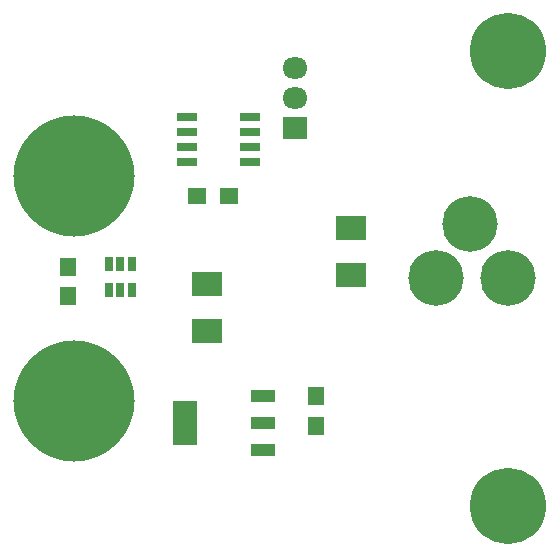
<source format=gts>
G04 #@! TF.GenerationSoftware,KiCad,Pcbnew,(5.1.5)-3*
G04 #@! TF.CreationDate,2021-01-09T15:57:39-05:00*
G04 #@! TF.ProjectId,CLK-GEN,434c4b2d-4745-44e2-9e6b-696361645f70,X1*
G04 #@! TF.SameCoordinates,Original*
G04 #@! TF.FileFunction,Soldermask,Top*
G04 #@! TF.FilePolarity,Negative*
%FSLAX46Y46*%
G04 Gerber Fmt 4.6, Leading zero omitted, Abs format (unit mm)*
G04 Created by KiCad (PCBNEW (5.1.5)-3) date 2021-01-09 15:57:39*
%MOMM*%
%LPD*%
G04 APERTURE LIST*
%ADD10R,1.351600X1.601600*%
%ADD11C,4.701600*%
%ADD12R,2.133600X3.759200*%
%ADD13R,2.133600X1.117600*%
%ADD14R,0.751600X1.161600*%
%ADD15C,10.261600*%
%ADD16R,2.601600X2.101600*%
%ADD17R,2.133600X1.828800*%
%ADD18O,2.133600X1.828800*%
%ADD19R,1.651600X0.701600*%
%ADD20R,1.601600X1.401600*%
%ADD21C,6.451600*%
G04 APERTURE END LIST*
D10*
X28750000Y-33250000D03*
X28750000Y-35750000D03*
X7780000Y-22278000D03*
X7780000Y-24778000D03*
D11*
X45000000Y-23250000D03*
X38900000Y-23250000D03*
X41800000Y-18650000D03*
D12*
X17698000Y-35500000D03*
D13*
X24302000Y-35500000D03*
X24302000Y-33214000D03*
X24302000Y-37786000D03*
D14*
X11242000Y-24214000D03*
X12192000Y-24214000D03*
X13142000Y-24214000D03*
X13142000Y-22014000D03*
X11242000Y-22014000D03*
X12192000Y-22014000D03*
D15*
X8255000Y-14605000D03*
X8255000Y-33655000D03*
D16*
X31750000Y-23000000D03*
X31750000Y-19000000D03*
X19500000Y-23750000D03*
X19500000Y-27750000D03*
D17*
X27000000Y-10500000D03*
D18*
X27000000Y-7960000D03*
X27000000Y-5420000D03*
D19*
X23200000Y-13405000D03*
X23200000Y-12135000D03*
X23200000Y-10865000D03*
X23200000Y-9595000D03*
X17800000Y-9595000D03*
X17800000Y-10865000D03*
X17800000Y-12135000D03*
X17800000Y-13405000D03*
D20*
X21350000Y-16250000D03*
X18650000Y-16250000D03*
D21*
X45000000Y-4000000D03*
X45000000Y-42500000D03*
M02*

</source>
